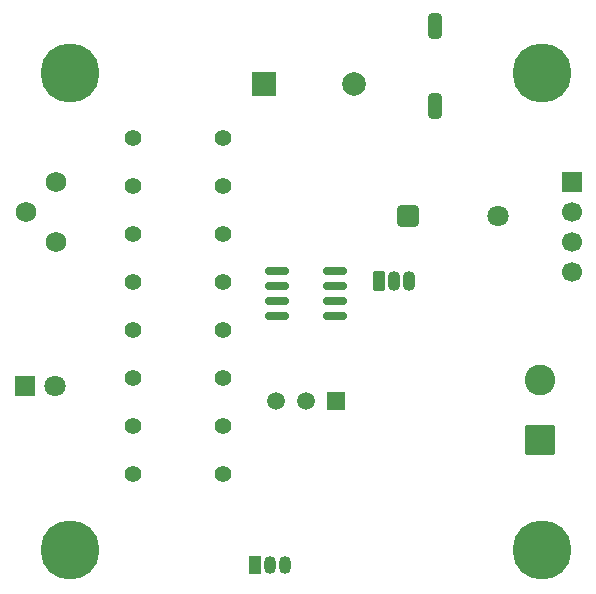
<source format=gbr>
%TF.GenerationSoftware,KiCad,Pcbnew,9.0.6*%
%TF.CreationDate,2025-12-24T19:30:20-05:00*%
%TF.ProjectId,tmp36 circuit,746d7033-3620-4636-9972-637569742e6b,rev?*%
%TF.SameCoordinates,Original*%
%TF.FileFunction,Soldermask,Top*%
%TF.FilePolarity,Negative*%
%FSLAX46Y46*%
G04 Gerber Fmt 4.6, Leading zero omitted, Abs format (unit mm)*
G04 Created by KiCad (PCBNEW 9.0.6) date 2025-12-24 19:30:20*
%MOMM*%
%LPD*%
G01*
G04 APERTURE LIST*
G04 Aperture macros list*
%AMRoundRect*
0 Rectangle with rounded corners*
0 $1 Rounding radius*
0 $2 $3 $4 $5 $6 $7 $8 $9 X,Y pos of 4 corners*
0 Add a 4 corners polygon primitive as box body*
4,1,4,$2,$3,$4,$5,$6,$7,$8,$9,$2,$3,0*
0 Add four circle primitives for the rounded corners*
1,1,$1+$1,$2,$3*
1,1,$1+$1,$4,$5*
1,1,$1+$1,$6,$7*
1,1,$1+$1,$8,$9*
0 Add four rect primitives between the rounded corners*
20,1,$1+$1,$2,$3,$4,$5,0*
20,1,$1+$1,$4,$5,$6,$7,0*
20,1,$1+$1,$6,$7,$8,$9,0*
20,1,$1+$1,$8,$9,$2,$3,0*%
G04 Aperture macros list end*
%ADD10C,1.700000*%
%ADD11R,1.700000X1.700000*%
%ADD12C,5.000000*%
%ADD13C,1.400000*%
%ADD14RoundRect,0.250000X1.050000X-1.050000X1.050000X1.050000X-1.050000X1.050000X-1.050000X-1.050000X0*%
%ADD15C,2.600000*%
%ADD16RoundRect,0.250000X0.310000X-0.830000X0.310000X0.830000X-0.310000X0.830000X-0.310000X-0.830000X0*%
%ADD17RoundRect,0.250000X-0.650000X-0.650000X0.650000X-0.650000X0.650000X0.650000X-0.650000X0.650000X0*%
%ADD18C,1.800000*%
%ADD19R,1.800000X1.800000*%
%ADD20RoundRect,0.250000X0.275000X0.600000X-0.275000X0.600000X-0.275000X-0.600000X0.275000X-0.600000X0*%
%ADD21O,1.050000X1.700000*%
%ADD22R,1.500000X1.500000*%
%ADD23C,1.500000*%
%ADD24R,1.050000X1.500000*%
%ADD25O,1.050000X1.500000*%
%ADD26R,2.000000X2.000000*%
%ADD27C,2.000000*%
%ADD28C,1.750000*%
%ADD29RoundRect,0.150000X-0.825000X-0.150000X0.825000X-0.150000X0.825000X0.150000X-0.825000X0.150000X0*%
G04 APERTURE END LIST*
D10*
%TO.C,J1*%
X172800000Y-87200000D03*
X172800000Y-84660000D03*
X172800000Y-82120000D03*
D11*
X172800000Y-79580000D03*
%TD*%
D12*
%TO.C,H4*%
X170225000Y-70275000D03*
%TD*%
D13*
%TO.C,R8*%
X135590000Y-104300000D03*
X143210000Y-104300000D03*
%TD*%
D14*
%TO.C,M1*%
X170110000Y-101345000D03*
D15*
X170110000Y-96265000D03*
%TD*%
D12*
%TO.C,H3*%
X130275000Y-110725000D03*
%TD*%
D16*
%TO.C,SW1*%
X161200000Y-73090000D03*
X161200000Y-66360000D03*
%TD*%
D12*
%TO.C,H2*%
X170225000Y-110725000D03*
%TD*%
D17*
%TO.C,D1*%
X158880000Y-82400000D03*
D18*
X166500000Y-82400000D03*
%TD*%
D13*
%TO.C,R7*%
X135590000Y-100228571D03*
X143210000Y-100228571D03*
%TD*%
%TO.C,R1*%
X135590000Y-75800000D03*
X143210000Y-75800000D03*
%TD*%
D12*
%TO.C,H1*%
X130275000Y-70275000D03*
%TD*%
D13*
%TO.C,R4*%
X143210000Y-88014286D03*
X135590000Y-88014286D03*
%TD*%
D19*
%TO.C,D2*%
X126465000Y-96800000D03*
D18*
X129005000Y-96800000D03*
%TD*%
D13*
%TO.C,R3*%
X135590000Y-83942857D03*
X143210000Y-83942857D03*
%TD*%
%TO.C,R6*%
X135590000Y-96157143D03*
X143210000Y-96157143D03*
%TD*%
D20*
%TO.C,Q1*%
X156460000Y-87900000D03*
D21*
X157730000Y-87900000D03*
X159000000Y-87900000D03*
%TD*%
D13*
%TO.C,R5*%
X135590000Y-92085714D03*
X143210000Y-92085714D03*
%TD*%
D22*
%TO.C,Q2*%
X152800000Y-98100000D03*
D23*
X150260000Y-98100000D03*
X147720000Y-98100000D03*
%TD*%
D24*
%TO.C,Q3*%
X145947500Y-111930000D03*
D25*
X147217500Y-111930000D03*
X148487500Y-111930000D03*
%TD*%
D13*
%TO.C,R2*%
X143210000Y-79871429D03*
X135590000Y-79871429D03*
%TD*%
D26*
%TO.C,BZ1*%
X146700000Y-71275000D03*
D27*
X154300000Y-71275000D03*
%TD*%
D28*
%TO.C,RV1*%
X129125000Y-84625000D03*
X126585000Y-82085000D03*
X129125000Y-79545000D03*
%TD*%
D29*
%TO.C,U2*%
X147775000Y-87095000D03*
X147775000Y-88365000D03*
X147775000Y-89635000D03*
X147775000Y-90905000D03*
X152725000Y-90905000D03*
X152725000Y-89635000D03*
X152725000Y-88365000D03*
X152725000Y-87095000D03*
%TD*%
M02*

</source>
